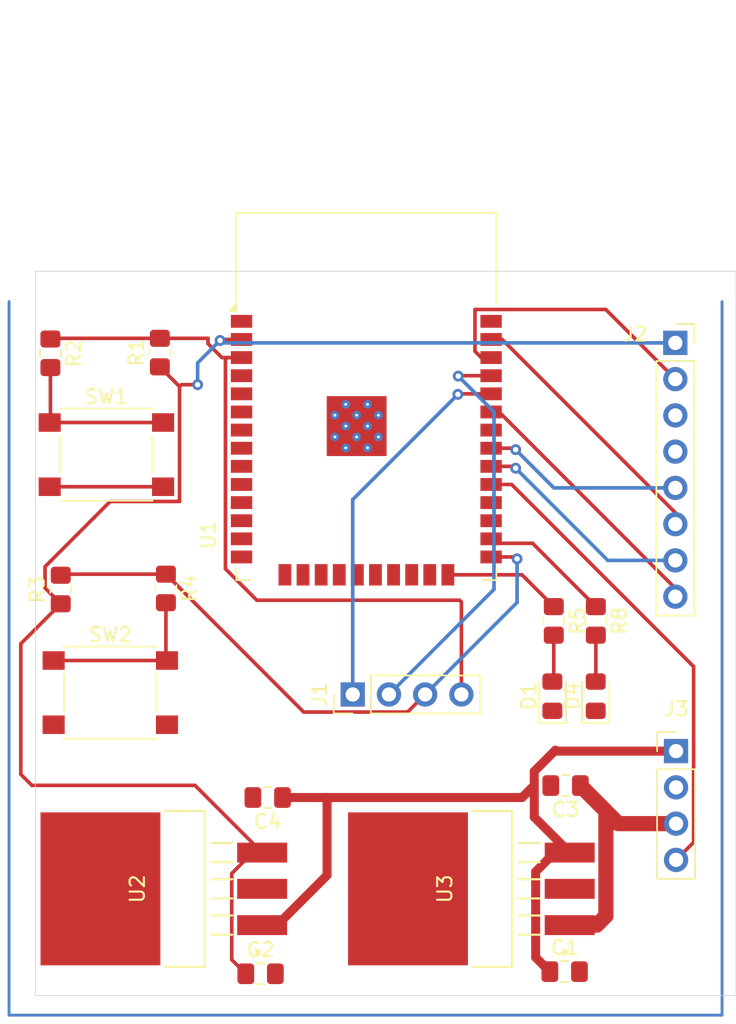
<source format=kicad_pcb>
(kicad_pcb (version 20240108) (generator "pcbnew") (generator_version "8.0")
  (layers (0 "F.Cu" signal) (31 "B.Cu" signal) (34 "B.Paste" user) (35 "F.Paste" user) (36 "B.SilkS" user "B.Silkscreen") (37 "F.SilkS" user "F.Silkscreen") (38 "B.Mask" user) (39 "F.Mask" user) (44 "Edge.Cuts" user))
  (net 0 "")
  (net 1 "GND")
  (net 2 "/5V")
  (net 3 "/12V")
  (net 4 "Net-(D1-A)")
  (net 5 "Net-(D4-A)")
  (net 6 "Net-(J1-Pin_1)")
  (net 7 "Net-(J1-Pin_2)")
  (net 8 "/BOOT")
  (net 9 "/EN")
  (net 10 "/SCK")
  (net 11 "/MOSI")
  (net 12 "/NC")
  (net 13 "/SDA")
  (net 14 "/RST")
  (net 15 "/MISO")
  (net 16 "Net-(R2-Pad2)")
  (net 17 "Net-(R4-Pad2)")
  (net 29 "Net-(J3-Pin_4)")
  (net 40 "/Green")
  (net 41 "/RED")
  (net 42 "/Blue")
  (net 43 "VDD")
  (footprint "Connector_PinHeader_2.54mm:PinHeader_1x04_P2.54mm_Vertical" (layer "F.Cu") (at 173.775 108.5)
    (property "Reference" "J3" (at 0.025 -2.955 0) (layer "F.SilkS"))
    (property "Value" "Conn_01x04_Pin")
    (fp_line (start -1.33 -1.33) (end 0 -1.33) (stroke (width 0.12)) (layer "F.SilkS"))
    (fp_line (start -1.33 0) (end -1.33 -1.33) (stroke (width 0.12)) (layer "F.SilkS"))
    (fp_line (start -1.33 1.27) (end -1.33 8.95) (stroke (width 0.12)) (layer "F.SilkS"))
    (fp_line (start -1.33 1.27) (end 1.33 1.27) (stroke (width 0.12)) (layer "F.SilkS"))
    (fp_line (start -1.33 8.95) (end 1.33 8.95) (stroke (width 0.12)) (layer "F.SilkS"))
    (fp_line (start 1.33 1.27) (end 1.33 8.95) (stroke (width 0.12)) (layer "F.SilkS"))
    (pad "1" thru_hole rect (at 0 0) (size 1.7 1.7) (drill 1) (layers "*.Cu" "*.Mask") (net 2 "/5V"))
    (pad "2" thru_hole oval (at 0 2.54) (size 1.7 1.7) (drill 1) (layers "*.Cu" "*.Mask") (net 1 "GND"))
    (pad "3" thru_hole oval (at 0 5.08) (size 1.7 1.7) (drill 1) (layers "*.Cu" "*.Mask") (net 3 "/12V"))
    (pad "4" thru_hole oval (at 0 7.62) (size 1.7 1.7) (drill 1) (layers "*.Cu" "*.Mask") (net 29 "Net-(J3-Pin_4)"))
  )
  (footprint "Capacitor_SMD:C_0805_2012Metric_Pad1.18x1.45mm_HandSolder" (layer "F.Cu") (at 166.025 110.9125 180)
    (property "Reference" "C3" (at 0 -1.68 180) (layer "F.SilkS"))
    (property "Value" "0.22")
    (fp_line (start -0.261252 0.735) (end 0.261252 0.735) (stroke (width 0.12)) (layer "F.SilkS"))
    (fp_line (start -0.261252 -0.735) (end 0.261252 -0.735) (stroke (width 0.12)) (layer "F.SilkS"))
    (pad "1" smd roundrect (at -1.0375 0 180) (size 1.175 1.45) (layers "F.Cu" "F.Paste" "F.Mask") (roundrect_rratio 0.212766) (net 3 "/12V"))
    (pad "2" smd roundrect (at 1.0375 0 180) (size 1.175 1.45) (layers "F.Cu" "F.Paste" "F.Mask") (roundrect_rratio 0.212766) (net 1 "GND"))
  )
  (footprint "Resistor_SMD:R_0805_2012Metric_Pad1.20x1.40mm_HandSolder" (layer "F.Cu") (at 130.625 97.175 90)
    (property "Reference" "R3" (at 0 -1.65 -90) (layer "F.SilkS"))
    (property "Value" "12K")
    (fp_line (start -0.227064 -0.735) (end 0.227064 -0.735) (stroke (width 0.12)) (layer "F.SilkS"))
    (fp_line (start -0.227064 0.735) (end 0.227064 0.735) (stroke (width 0.12)) (layer "F.SilkS"))
    (pad "1" smd roundrect (at -1 0 90) (size 1.2 1.4) (layers "F.Cu" "F.Paste" "F.Mask") (roundrect_rratio 0.208333) (net 43 "VDD"))
    (pad "2" smd roundrect (at 1 0 90) (size 1.2 1.4) (layers "F.Cu" "F.Paste" "F.Mask") (roundrect_rratio 0.208333) (net 8 "/BOOT"))
  )
  (footprint "Resistor_SMD:R_0805_2012Metric_Pad1.20x1.40mm_HandSolder" (layer "F.Cu") (at 165.2 99.375 -90)
    (property "Reference" "R5" (at 0 -1.65 90) (layer "F.SilkS"))
    (property "Value" "470")
    (fp_line (start -0.227064 0.735) (end 0.227064 0.735) (stroke (width 0.12)) (layer "F.SilkS"))
    (fp_line (start -0.227064 -0.735) (end 0.227064 -0.735) (stroke (width 0.12)) (layer "F.SilkS"))
    (pad "1" smd roundrect (at -1 0 270) (size 1.2 1.4) (layers "F.Cu" "F.Paste" "F.Mask") (roundrect_rratio 0.208333) (net 40 "/Green"))
    (pad "2" smd roundrect (at 1 0 270) (size 1.2 1.4) (layers "F.Cu" "F.Paste" "F.Mask") (roundrect_rratio 0.208333) (net 4 "Net-(D1-A)"))
  )
  (footprint "RF_Module:ESP32-WROOM-32" (layer "F.Cu") (at 152.055 86.635)
    (property "Reference" "U1" (at -11.085 6.71 90) (layer "F.SilkS"))
    (property "Value" "ESP32-WROOM-32")
    (fp_line (start -9.12 -15.86) (end -9.12 -9.7) (stroke (width 0.12)) (layer "F.SilkS"))
    (fp_line (start -9.12 -15.86) (end 9.12 -15.86) (stroke (width 0.12)) (layer "F.SilkS"))
    (fp_line (start -9.12 9.1) (end -9.12 9.88) (stroke (width 0.12)) (layer "F.SilkS"))
    (fp_line (start -9.12 9.88) (end -8.12 9.88) (stroke (width 0.12)) (layer "F.SilkS"))
    (fp_line (start 9.12 -15.86) (end 9.12 -9.445) (stroke (width 0.12)) (layer "F.SilkS"))
    (fp_line (start 9.12 9.1) (end 9.12 9.88) (stroke (width 0.12)) (layer "F.SilkS"))
    (fp_line (start 9.12 9.88) (end 8.12 9.88) (stroke (width 0.12)) (layer "F.SilkS"))
    (fp_poly (pts (xy -9.125 -8.975) (xy -9.625 -8.975) (xy -9.125 -9.475) (xy -9.125 -8.975)) (stroke (width 0.12)) (fill solid) (layer "F.SilkS"))
    (pad "1" smd rect (at -8.75 -8.25) (size 1.5 0.9) (layers "F.Cu" "F.Paste" "F.Mask") (net 1 "GND"))
    (pad "2" smd rect (at -8.75 -6.98) (size 1.5 0.9) (layers "F.Cu" "F.Paste" "F.Mask") (net 43 "VDD"))
    (pad "3" smd rect (at -8.75 -5.71) (size 1.5 0.9) (layers "F.Cu" "F.Paste" "F.Mask") (net 9 "/EN"))
    (pad "4" smd rect (at -8.75 -4.44) (size 1.5 0.9) (layers "F.Cu" "F.Paste" "F.Mask"))
    (pad "5" smd rect (at -8.75 -3.17) (size 1.5 0.9) (layers "F.Cu" "F.Paste" "F.Mask"))
    (pad "6" smd rect (at -8.75 -1.9) (size 1.5 0.9) (layers "F.Cu" "F.Paste" "F.Mask"))
    (pad "7" smd rect (at -8.75 -0.63) (size 1.5 0.9) (layers "F.Cu" "F.Paste" "F.Mask"))
    (pad "8" smd rect (at -8.75 0.64) (size 1.5 0.9) (layers "F.Cu" "F.Paste" "F.Mask"))
    (pad "9" smd rect (at -8.75 1.91) (size 1.5 0.9) (layers "F.Cu" "F.Paste" "F.Mask"))
    (pad "10" smd rect (at -8.75 3.18) (size 1.5 0.9) (layers "F.Cu" "F.Paste" "F.Mask"))
    (pad "11" smd rect (at -8.75 4.45) (size 1.5 0.9) (layers "F.Cu" "F.Paste" "F.Mask"))
    (pad "12" smd rect (at -8.75 5.72) (size 1.5 0.9) (layers "F.Cu" "F.Paste" "F.Mask"))
    (pad "13" smd rect (at -8.75 6.99) (size 1.5 0.9) (layers "F.Cu" "F.Paste" "F.Mask"))
    (pad "14" smd rect (at -8.75 8.26) (size 1.5 0.9) (layers "F.Cu" "F.Paste" "F.Mask"))
    (pad "15" smd rect (at -5.71 9.51 90) (size 1.5 0.9) (layers "F.Cu" "F.Paste" "F.Mask") (net 1 "GND"))
    (pad "16" smd rect (at -4.44 9.51 90) (size 1.5 0.9) (layers "F.Cu" "F.Paste" "F.Mask"))
    (pad "17" smd rect (at -3.17 9.51 90) (size 1.5 0.9) (layers "F.Cu" "F.Paste" "F.Mask"))
    (pad "18" smd rect (at -1.9 9.51 90) (size 1.5 0.9) (layers "F.Cu" "F.Paste" "F.Mask"))
    (pad "19" smd rect (at -0.63 9.51 90) (size 1.5 0.9) (layers "F.Cu" "F.Paste" "F.Mask"))
    (pad "20" smd rect (at 0.64 9.51 90) (size 1.5 0.9) (layers "F.Cu" "F.Paste" "F.Mask"))
    (pad "21" smd rect (at 1.91 9.51 90) (size 1.5 0.9) (layers "F.Cu" "F.Paste" "F.Mask"))
    (pad "22" smd rect (at 3.18 9.51 90) (size 1.5 0.9) (layers "F.Cu" "F.Paste" "F.Mask"))
    (pad "23" smd rect (at 4.45 9.51 90) (size 1.5 0.9) (layers "F.Cu" "F.Paste" "F.Mask") (net 42 "/Blue"))
    (pad "24" smd rect (at 5.72 9.51 90) (size 1.5 0.9) (layers "F.Cu" "F.Paste" "F.Mask") (net 40 "/Green"))
    (pad "25" smd rect (at 8.75 8.26) (size 1.5 0.9) (layers "F.Cu" "F.Paste" "F.Mask") (net 8 "/BOOT"))
    (pad "26" smd rect (at 8.75 6.99) (size 1.5 0.9) (layers "F.Cu" "F.Paste" "F.Mask") (net 41 "/RED"))
    (pad "27" smd rect (at 8.75 5.72) (size 1.5 0.9) (layers "F.Cu" "F.Paste" "F.Mask"))
    (pad "28" smd rect (at 8.75 4.45) (size 1.5 0.9) (layers "F.Cu" "F.Paste" "F.Mask"))
    (pad "29" smd rect (at 8.75 3.18) (size 1.5 0.9) (layers "F.Cu" "F.Paste" "F.Mask") (net 29 "Net-(J3-Pin_4)"))
    (pad "30" smd rect (at 8.75 1.91) (size 1.5 0.9) (layers "F.Cu" "F.Paste" "F.Mask") (net 10 "/SCK"))
    (pad "31" smd rect (at 8.75 0.64) (size 1.5 0.9) (layers "F.Cu" "F.Paste" "F.Mask") (net 15 "/MISO"))
    (pad "32" smd rect (at 8.75 -0.63) (size 1.5 0.9) (layers "F.Cu" "F.Paste" "F.Mask"))
    (pad "33" smd rect (at 8.75 -1.9) (size 1.5 0.9) (layers "F.Cu" "F.Paste" "F.Mask") (net 13 "/SDA"))
    (pad "34" smd rect (at 8.75 -3.17) (size 1.5 0.9) (layers "F.Cu" "F.Paste" "F.Mask") (net 6 "Net-(J1-Pin_1)"))
    (pad "35" smd rect (at 8.75 -4.44) (size 1.5 0.9) (layers "F.Cu" "F.Paste" "F.Mask") (net 7 "Net-(J1-Pin_2)"))
    (pad "36" smd rect (at 8.75 -5.71) (size 1.5 0.9) (layers "F.Cu" "F.Paste" "F.Mask") (net 14 "/RST"))
    (pad "37" smd rect (at 8.75 -6.98) (size 1.5 0.9) (layers "F.Cu" "F.Paste" "F.Mask") (net 11 "/MOSI"))
    (pad "38" smd rect (at 8.75 -8.25) (size 1.5 0.9) (layers "F.Cu" "F.Paste" "F.Mask") (net 1 "GND"))
    (pad "39" smd rect (at -2.205 -2.435) (size 1.05 1.05) (layers "F.Cu" "F.Paste") (net 1 "GND"))
    (pad "39" thru_hole circle (at -2.205 -1.6725) (size 0.6 0.6) (drill 0.2) (property pad_prop_heatsink) (layers "*.Cu" "F.Mask") (net 1 "GND"))
    (pad "39" smd rect (at -2.205 -0.91) (size 1.05 1.05) (layers "F.Cu" "F.Paste") (net 1 "GND"))
    (pad "39" thru_hole circle (at -2.205 -0.1475) (size 0.6 0.6) (drill 0.2) (property pad_prop_heatsink) (layers "*.Cu" "F.Mask") (net 1 "GND"))
    (pad "39" smd rect (at -2.205 0.615) (size 1.05 1.05) (layers "F.Cu" "F.Paste") (net 1 "GND"))
    (pad "39" thru_hole circle (at -1.4425 -2.435) (size 0.6 0.6) (drill 0.2) (property pad_prop_heatsink) (layers "*.Cu" "F.Mask") (net 1 "GND"))
    (pad "39" thru_hole circle (at -1.4425 -0.91) (size 0.6 0.6) (drill 0.2) (property pad_prop_heatsink) (layers "*.Cu" "F.Mask") (net 1 "GND"))
    (pad "39" thru_hole circle (at -1.4425 0.615) (size 0.6 0.6) (drill 0.2) (property pad_prop_heatsink) (layers "*.Cu" "F.Mask") (net 1 "GND"))
    (pad "39" smd rect (at -0.68 -2.435) (size 1.05 1.05) (layers "F.Cu" "F.Paste") (net 1 "GND"))
    (pad "39" thru_hole circle (at -0.68 -1.6725) (size 0.6 0.6) (drill 0.2) (property pad_prop_heatsink) (layers "*.Cu" "F.Mask") (net 1 "GND"))
    (pad "39" smd rect (at -0.68 -0.91) (size 1.05 1.05) (layers "F.Cu" "F.Paste") (net 1 "GND"))
    (pad "39" smd rect (at -0.68 -0.91) (size 4.2 4.2) (layers "F.Cu" "F.Mask") (net 1 "GND"))
    (pad "39" thru_hole circle (at -0.68 -0.1475) (size 0.6 0.6) (drill 0.2) (property pad_prop_heatsink) (layers "*.Cu" "F.Mask") (net 1 "GND"))
    (pad "39" smd rect (at -0.68 0.615) (size 1.05 1.05) (layers "F.Cu" "F.Paste") (net 1 "GND"))
    (pad "39" thru_hole circle (at 0.0825 -2.435) (size 0.6 0.6) (drill 0.2) (property pad_prop_heatsink) (layers "*.Cu" "F.Mask") (net 1 "GND"))
    (pad "39" thru_hole circle (at 0.0825 -0.91) (size 0.6 0.6) (drill 0.2) (property pad_prop_heatsink) (layers "*.Cu" "F.Mask") (net 1 "GND"))
    (pad "39" thru_hole circle (at 0.0825 0.615) (size 0.6 0.6) (drill 0.2) (property pad_prop_heatsink) (layers "*.Cu" "F.Mask") (net 1 "GND"))
    (pad "39" smd rect (at 0.845 -2.435) (size 1.05 1.05) (layers "F.Cu" "F.Paste") (net 1 "GND"))
    (pad "39" thru_hole circle (at 0.845 -1.6725) (size 0.6 0.6) (drill 0.2) (property pad_prop_heatsink) (layers "*.Cu" "F.Mask") (net 1 "GND"))
    (pad "39" smd rect (at 0.845 -0.91) (size 1.05 1.05) (layers "F.Cu" "F.Paste") (net 1 "GND"))
    (pad "39" thru_hole circle (at 0.845 -0.1475) (size 0.6 0.6) (drill 0.2) (property pad_prop_heatsink) (layers "*.Cu" "F.Mask") (net 1 "GND"))
    (pad "39" smd rect (at 0.845 0.615) (size 1.05 1.05) (layers "F.Cu" "F.Paste") (net 1 "GND"))
  )
  (footprint "Resistor_SMD:R_0805_2012Metric_Pad1.20x1.40mm_HandSolder" (layer "F.Cu") (at 168.15 99.375 -90)
    (property "Reference" "R8" (at 0 -1.65 90) (layer "F.SilkS"))
    (property "Value" "470")
    (fp_line (start -0.227064 0.735) (end 0.227064 0.735) (stroke (width 0.12)) (layer "F.SilkS"))
    (fp_line (start -0.227064 -0.735) (end 0.227064 -0.735) (stroke (width 0.12)) (layer "F.SilkS"))
    (pad "1" smd roundrect (at -1 0 270) (size 1.2 1.4) (layers "F.Cu" "F.Paste" "F.Mask") (roundrect_rratio 0.208333) (net 41 "/RED"))
    (pad "2" smd roundrect (at 1 0 270) (size 1.2 1.4) (layers "F.Cu" "F.Paste" "F.Mask") (roundrect_rratio 0.208333) (net 5 "Net-(D4-A)"))
  )
  (footprint "footprints_5v:TO263-3LD_MCH" (layer "F.Cu") (at 157.5658 118.15 90)
    (property "Reference" "U3" (at 0 0 90) (layer "F.SilkS"))
    (property "Value" "MIC2940A-5.0WU")
    (fp_line (start -5.461 1.929749) (end -5.461 4.7117) (stroke (width 0.1524)) (layer "F.SilkS"))
    (fp_line (start 5.461 4.7117) (end 5.461 1.929749) (stroke (width 0.1524)) (layer "F.SilkS"))
    (fp_line (start -5.461 4.7117) (end 5.461 4.7117) (stroke (width 0.1524)) (layer "F.SilkS"))
    (fp_line (start 3.2131 5.1943) (end 3.2131 6.6421) (stroke (width 0.1524)) (layer "F.SilkS"))
    (fp_line (start 1.8669 5.1943) (end 1.8669 6.6421) (stroke (width 0.1524)) (layer "F.SilkS"))
    (fp_line (start 0.6731 5.1943) (end 0.6731 6.6421) (stroke (width 0.1524)) (layer "F.SilkS"))
    (fp_line (start -0.6731 5.1943) (end -0.6731 6.6421) (stroke (width 0.1524)) (layer "F.SilkS"))
    (fp_line (start -1.8669 5.1943) (end -1.8669 6.6421) (stroke (width 0.1524)) (layer "F.SilkS"))
    (fp_line (start -3.2131 5.1943) (end -3.2131 6.6421) (stroke (width 0.1524)) (layer "F.SilkS"))
    (fp_text user "*" (at -4.445 8.7503 -90) (layer "F.SilkS"))
    (fp_text user "*" (at -4.445 8.7503 90) (layer "F.SilkS"))
    (pad "1" smd rect (at -2.54 8.7503 90) (size 1.397 3.5052) (layers "F.Cu" "F.Paste" "F.Mask") (net 3 "/12V"))
    (pad "2" smd rect (at 0 8.7503 90) (size 1.397 3.5052) (layers "F.Cu" "F.Paste" "F.Mask") (net 1 "GND"))
    (pad "3" smd rect (at 2.54 8.7503 90) (size 1.397 3.5052) (layers "F.Cu" "F.Paste" "F.Mask") (net 2 "/5V"))
    (pad "4" smd rect (at 0 -2.5908 90) (size 10.7188 8.4074) (layers "F.Cu" "F.Paste" "F.Mask") (net 1 "GND"))
  )
  (footprint "footprints:TO263-3LD_MCH" (layer "F.Cu") (at 136 118.15 90)
    (property "Reference" "U2" (at 0 0 90) (layer "F.SilkS"))
    (property "Value" "MIC2940A-3.3WU")
    (fp_line (start -5.461 1.929749) (end -5.461 4.7117) (stroke (width 0.1524)) (layer "F.SilkS"))
    (fp_line (start 5.461 4.7117) (end 5.461 1.929749) (stroke (width 0.1524)) (layer "F.SilkS"))
    (fp_line (start -5.461 4.7117) (end 5.461 4.7117) (stroke (width 0.1524)) (layer "F.SilkS"))
    (fp_line (start 3.2131 5.1943) (end 3.2131 6.6421) (stroke (width 0.1524)) (layer "F.SilkS"))
    (fp_line (start 1.8669 5.1943) (end 1.8669 6.6421) (stroke (width 0.1524)) (layer "F.SilkS"))
    (fp_line (start 0.6731 5.1943) (end 0.6731 6.6421) (stroke (width 0.1524)) (layer "F.SilkS"))
    (fp_line (start -0.6731 5.1943) (end -0.6731 6.6421) (stroke (width 0.1524)) (layer "F.SilkS"))
    (fp_line (start -1.8669 5.1943) (end -1.8669 6.6421) (stroke (width 0.1524)) (layer "F.SilkS"))
    (fp_line (start -3.2131 5.1943) (end -3.2131 6.6421) (stroke (width 0.1524)) (layer "F.SilkS"))
    (fp_text user "*" (at -4.445 8.7503 -90) (layer "F.SilkS"))
    (fp_text user "*" (at -4.445 8.7503 90) (layer "F.SilkS"))
    (pad "1" smd rect (at -2.54 8.7503 90) (size 1.397 3.5052) (layers "F.Cu" "F.Paste" "F.Mask") (net 2 "/5V"))
    (pad "2" smd rect (at 0 8.7503 90) (size 1.397 3.5052) (layers "F.Cu" "F.Paste" "F.Mask") (net 1 "GND"))
    (pad "3" smd rect (at 2.54 8.7503 90) (size 1.397 3.5052) (layers "F.Cu" "F.Paste" "F.Mask") (net 43 "VDD"))
    (pad "4" smd rect (at 0 -2.5908 90) (size 10.7188 8.4074) (layers "F.Cu" "F.Paste" "F.Mask") (net 1 "GND"))
  )
  (footprint "LED_SMD:LED_0805_2012Metric_Pad1.15x1.40mm_HandSolder" (layer "F.Cu") (at 168.14 104.65 90)
    (property "Reference" "D4" (at 0 -1.65 -90) (layer "F.SilkS"))
    (property "Value" "RED LED")
    (fp_line (start 1 -0.96) (end -1.86 -0.96) (stroke (width 0.12)) (layer "F.SilkS"))
    (fp_line (start -1.86 -0.96) (end -1.86 0.96) (stroke (width 0.12)) (layer "F.SilkS"))
    (fp_line (start -1.86 0.96) (end 1 0.96) (stroke (width 0.12)) (layer "F.SilkS"))
    (pad "1" smd roundrect (at -1.025 0 90) (size 1.15 1.4) (layers "F.Cu" "F.Paste" "F.Mask") (roundrect_rratio 0.217391) (net 1 "GND"))
    (pad "2" smd roundrect (at 1.025 0 90) (size 1.15 1.4) (layers "F.Cu" "F.Paste" "F.Mask") (roundrect_rratio 0.217391) (net 5 "Net-(D4-A)"))
  )
  (footprint "Resistor_SMD:R_0805_2012Metric_Pad1.20x1.40mm_HandSolder" (layer "F.Cu") (at 138 97.1 -90)
    (property "Reference" "R4" (at 0 -1.65 90) (layer "F.SilkS"))
    (property "Value" "470")
    (fp_line (start -0.227064 0.735) (end 0.227064 0.735) (stroke (width 0.12)) (layer "F.SilkS"))
    (fp_line (start -0.227064 -0.735) (end 0.227064 -0.735) (stroke (width 0.12)) (layer "F.SilkS"))
    (pad "1" smd roundrect (at -1 0 270) (size 1.2 1.4) (layers "F.Cu" "F.Paste" "F.Mask") (roundrect_rratio 0.208333) (net 8 "/BOOT"))
    (pad "2" smd roundrect (at 1 0 270) (size 1.2 1.4) (layers "F.Cu" "F.Paste" "F.Mask") (roundrect_rratio 0.208333) (net 17 "Net-(R4-Pad2)"))
  )
  (footprint "Resistor_SMD:R_0805_2012Metric_Pad1.20x1.40mm_HandSolder" (layer "F.Cu") (at 137.575 80.575 90)
    (property "Reference" "R1" (at 0 -1.65 -90) (layer "F.SilkS"))
    (property "Value" "12K")
    (fp_line (start -0.227064 -0.735) (end 0.227064 -0.735) (stroke (width 0.12)) (layer "F.SilkS"))
    (fp_line (start -0.227064 0.735) (end 0.227064 0.735) (stroke (width 0.12)) (layer "F.SilkS"))
    (pad "1" smd roundrect (at -1 0 90) (size 1.2 1.4) (layers "F.Cu" "F.Paste" "F.Mask") (roundrect_rratio 0.208333) (net 43 "VDD"))
    (pad "2" smd roundrect (at 1 0 90) (size 1.2 1.4) (layers "F.Cu" "F.Paste" "F.Mask") (roundrect_rratio 0.208333) (net 9 "/EN"))
  )
  (footprint "Connector_PinSocket_2.54mm:PinSocket_1x08_P2.54mm_Vertical" (layer "F.Cu") (at 173.725 79.895)
    (property "Reference" "J2" (at -2.8 -0.62 0) (layer "F.SilkS"))
    (property "Value" "Conn_01x08_Pin")
    (fp_line (start -1.33 1.27) (end -1.33 19.11) (stroke (width 0.12)) (layer "F.SilkS"))
    (fp_line (start -1.33 1.27) (end 1.33 1.27) (stroke (width 0.12)) (layer "F.SilkS"))
    (fp_line (start -1.33 19.11) (end 1.33 19.11) (stroke (width 0.12)) (layer "F.SilkS"))
    (fp_line (start 0 -1.33) (end 1.33 -1.33) (stroke (width 0.12)) (layer "F.SilkS"))
    (fp_line (start 1.33 -1.33) (end 1.33 0) (stroke (width 0.12)) (layer "F.SilkS"))
    (fp_line (start 1.33 1.27) (end 1.33 19.11) (stroke (width 0.12)) (layer "F.SilkS"))
    (pad "1" thru_hole rect (at 0 0) (size 1.7 1.7) (drill 1) (layers "*.Cu" "*.Mask") (net 43 "VDD"))
    (pad "2" thru_hole oval (at 0 2.54) (size 1.7 1.7) (drill 1) (layers "*.Cu" "*.Mask") (net 14 "/RST"))
    (pad "3" thru_hole oval (at 0 5.08) (size 1.7 1.7) (drill 1) (layers "*.Cu" "*.Mask") (net 1 "GND"))
    (pad "4" thru_hole oval (at 0 7.62) (size 1.7 1.7) (drill 1) (layers "*.Cu" "*.Mask") (net 12 "/NC"))
    (pad "5" thru_hole oval (at 0 10.16) (size 1.7 1.7) (drill 1) (layers "*.Cu" "*.Mask") (net 15 "/MISO"))
    (pad "6" thru_hole oval (at 0 12.7) (size 1.7 1.7) (drill 1) (layers "*.Cu" "*.Mask") (net 11 "/MOSI"))
    (pad "7" thru_hole oval (at 0 15.24) (size 1.7 1.7) (drill 1) (layers "*.Cu" "*.Mask") (net 10 "/SCK"))
    (pad "8" thru_hole oval (at 0 17.78) (size 1.7 1.7) (drill 1) (layers "*.Cu" "*.Mask") (net 13 "/SDA"))
  )
  (footprint "Connector_PinHeader_2.54mm:PinHeader_1x04_P2.54mm_Vertical" (layer "F.Cu") (at 151.1 104.53 90)
    (property "Reference" "J1" (at 0 -2.33 -90) (layer "F.SilkS"))
    (property "Value" "Conn_01x04_Pin")
    (fp_line (start -1.33 -1.33) (end 0 -1.33) (stroke (width 0.12)) (layer "F.SilkS"))
    (fp_line (start -1.33 0) (end -1.33 -1.33) (stroke (width 0.12)) (layer "F.SilkS"))
    (fp_line (start 1.33 1.27) (end 1.33 8.95) (stroke (width 0.12)) (layer "F.SilkS"))
    (fp_line (start -1.33 1.27) (end 1.33 1.27) (stroke (width 0.12)) (layer "F.SilkS"))
    (fp_line (start -1.33 1.27) (end -1.33 8.95) (stroke (width 0.12)) (layer "F.SilkS"))
    (fp_line (start -1.33 8.95) (end 1.33 8.95) (stroke (width 0.12)) (layer "F.SilkS"))
    (pad "1" thru_hole rect (at 0 0 90) (size 1.7 1.7) (drill 1) (layers "*.Cu" "*.Mask") (net 6 "Net-(J1-Pin_1)"))
    (pad "2" thru_hole oval (at 0 2.54 90) (size 1.7 1.7) (drill 1) (layers "*.Cu" "*.Mask") (net 7 "Net-(J1-Pin_2)"))
    (pad "3" thru_hole oval (at 0 5.08 90) (size 1.7 1.7) (drill 1) (layers "*.Cu" "*.Mask") (net 8 "/BOOT"))
    (pad "4" thru_hole oval (at 0 7.62 90) (size 1.7 1.7) (drill 1) (layers "*.Cu" "*.Mask") (net 9 "/EN"))
  )
  (footprint "LED_SMD:LED_0805_2012Metric_Pad1.15x1.40mm_HandSolder" (layer "F.Cu") (at 165.1 104.65 90)
    (property "Reference" "D1" (at 0 -1.65 -90) (layer "F.SilkS"))
    (property "Value" "Green LED")
    (fp_line (start 1 -0.96) (end -1.86 -0.96) (stroke (width 0.12)) (layer "F.SilkS"))
    (fp_line (start -1.86 -0.96) (end -1.86 0.96) (stroke (width 0.12)) (layer "F.SilkS"))
    (fp_line (start -1.86 0.96) (end 1 0.96) (stroke (width 0.12)) (layer "F.SilkS"))
    (pad "1" smd roundrect (at -1.025 0 90) (size 1.15 1.4) (layers "F.Cu" "F.Paste" "F.Mask") (roundrect_rratio 0.217391) (net 1 "GND"))
    (pad "2" smd roundrect (at 1.025 0 90) (size 1.15 1.4) (layers "F.Cu" "F.Paste" "F.Mask") (roundrect_rratio 0.217391) (net 4 "Net-(D1-A)"))
  )
  (footprint "Button_Switch_SMD:SW_Push_1P1T_NO_6x6mm_H9.5mm" (layer "F.Cu") (at 134.1 104.4)
    (property "Reference" "SW2" (at 0 -4.05 0) (layer "F.SilkS"))
    (property "Value" "SW_Push")
    (fp_line (start -3.23 -3.23) (end 3.23 -3.23) (stroke (width 0.12)) (layer "F.SilkS"))
    (fp_line (start -3.23 -3.2) (end -3.23 -3.23) (stroke (width 0.12)) (layer "F.SilkS"))
    (fp_line (start -3.23 -1.3) (end -3.23 1.3) (stroke (width 0.12)) (layer "F.SilkS"))
    (fp_line (start -3.23 3.23) (end -3.23 3.2) (stroke (width 0.12)) (layer "F.SilkS"))
    (fp_line (start -3.23 3.23) (end 3.23 3.23) (stroke (width 0.12)) (layer "F.SilkS"))
    (fp_line (start 3.23 -3.23) (end 3.23 -3.2) (stroke (width 0.12)) (layer "F.SilkS"))
    (fp_line (start 3.23 -1.3) (end 3.23 1.3) (stroke (width 0.12)) (layer "F.SilkS"))
    (fp_line (start 3.23 3.23) (end 3.23 3.2) (stroke (width 0.12)) (layer "F.SilkS"))
    (pad "1" smd rect (at -3.975 -2.25) (size 1.55 1.3) (layers "F.Cu" "F.Paste" "F.Mask") (net 17 "Net-(R4-Pad2)"))
    (pad "1" smd rect (at 3.975 -2.25) (size 1.55 1.3) (layers "F.Cu" "F.Paste" "F.Mask") (net 17 "Net-(R4-Pad2)"))
    (pad "2" smd rect (at -3.975 2.25) (size 1.55 1.3) (layers "F.Cu" "F.Paste" "F.Mask") (net 1 "GND"))
    (pad "2" smd rect (at 3.975 2.25) (size 1.55 1.3) (layers "F.Cu" "F.Paste" "F.Mask") (net 1 "GND"))
  )
  (footprint "Button_Switch_SMD:SW_Push_1P1T_NO_6x6mm_H9.5mm" (layer "F.Cu") (at 133.825 87.725)
    (property "Reference" "SW1" (at 0 -4.05 0) (layer "F.SilkS"))
    (property "Value" "SW_Push")
    (fp_line (start -3.23 -3.23) (end 3.23 -3.23) (stroke (width 0.12)) (layer "F.SilkS"))
    (fp_line (start -3.23 -3.2) (end -3.23 -3.23) (stroke (width 0.12)) (layer "F.SilkS"))
    (fp_line (start -3.23 -1.3) (end -3.23 1.3) (stroke (width 0.12)) (layer "F.SilkS"))
    (fp_line (start -3.23 3.23) (end -3.23 3.2) (stroke (width 0.12)) (layer "F.SilkS"))
    (fp_line (start -3.23 3.23) (end 3.23 3.23) (stroke (width 0.12)) (layer "F.SilkS"))
    (fp_line (start 3.23 -3.23) (end 3.23 -3.2) (stroke (width 0.12)) (layer "F.SilkS"))
    (fp_line (start 3.23 -1.3) (end 3.23 1.3) (stroke (width 0.12)) (layer "F.SilkS"))
    (fp_line (start 3.23 3.23) (end 3.23 3.2) (stroke (width 0.12)) (layer "F.SilkS"))
    (pad "1" smd rect (at -3.975 -2.25) (size 1.55 1.3) (layers "F.Cu" "F.Paste" "F.Mask") (net 16 "Net-(R2-Pad2)"))
    (pad "1" smd rect (at 3.975 -2.25) (size 1.55 1.3) (layers "F.Cu" "F.Paste" "F.Mask") (net 16 "Net-(R2-Pad2)"))
    (pad "2" smd rect (at -3.975 2.25) (size 1.55 1.3) (layers "F.Cu" "F.Paste" "F.Mask") (net 1 "GND"))
    (pad "2" smd rect (at 3.975 2.25) (size 1.55 1.3) (layers "F.Cu" "F.Paste" "F.Mask") (net 1 "GND"))
  )
  (footprint "Capacitor_SMD:C_0805_2012Metric_Pad1.18x1.45mm_HandSolder" (layer "F.Cu") (at 144.6375 124.1)
    (property "Reference" "C2" (at 0 -1.68 0) (layer "F.SilkS"))
    (property "Value" "10u")
    (fp_line (start -0.261252 -0.735) (end 0.261252 -0.735) (stroke (width 0.12)) (layer "F.SilkS"))
    (fp_line (start -0.261252 0.735) (end 0.261252 0.735) (stroke (width 0.12)) (layer "F.SilkS"))
    (pad "1" smd roundrect (at -1.0375 0) (size 1.175 1.45) (layers "F.Cu" "F.Paste" "F.Mask") (roundrect_rratio 0.212766) (net 43 "VDD"))
    (pad "2" smd roundrect (at 1.0375 0) (size 1.175 1.45) (layers "F.Cu" "F.Paste" "F.Mask") (roundrect_rratio 0.212766) (net 1 "GND"))
  )
  (footprint "Resistor_SMD:R_0805_2012Metric_Pad1.20x1.40mm_HandSolder" (layer "F.Cu") (at 129.9 80.625 -90)
    (property "Reference" "R2" (at 0 -1.65 90) (layer "F.SilkS"))
    (property "Value" "470")
    (fp_line (start -0.227064 0.735) (end 0.227064 0.735) (stroke (width 0.12)) (layer "F.SilkS"))
    (fp_line (start -0.227064 -0.735) (end 0.227064 -0.735) (stroke (width 0.12)) (layer "F.SilkS"))
    (pad "1" smd roundrect (at -1 0 270) (size 1.2 1.4) (layers "F.Cu" "F.Paste" "F.Mask") (roundrect_rratio 0.208333) (net 9 "/EN"))
    (pad "2" smd roundrect (at 1 0 270) (size 1.2 1.4) (layers "F.Cu" "F.Paste" "F.Mask") (roundrect_rratio 0.208333) (net 16 "Net-(R2-Pad2)"))
  )
  (footprint "Capacitor_SMD:C_0805_2012Metric_Pad1.18x1.45mm_HandSolder" (layer "F.Cu") (at 145.1375 111.75 180)
    (property "Reference" "C4" (at 0 -1.68 180) (layer "F.SilkS"))
    (property "Value" "0.22u")
    (fp_line (start -0.261252 0.735) (end 0.261252 0.735) (stroke (width 0.12)) (layer "F.SilkS"))
    (fp_line (start -0.261252 -0.735) (end 0.261252 -0.735) (stroke (width 0.12)) (layer "F.SilkS"))
    (pad "1" smd roundrect (at -1.0375 0 180) (size 1.175 1.45) (layers "F.Cu" "F.Paste" "F.Mask") (roundrect_rratio 0.212766) (net 2 "/5V"))
    (pad "2" smd roundrect (at 1.0375 0 180) (size 1.175 1.45) (layers "F.Cu" "F.Paste" "F.Mask") (roundrect_rratio 0.212766) (net 1 "GND"))
  )
  (footprint "Capacitor_SMD:C_0805_2012Metric_Pad1.18x1.45mm_HandSolder" (layer "F.Cu") (at 165.9625 123.95)
    (property "Reference" "C1" (at 0 -1.68 0) (layer "F.SilkS"))
    (property "Value" "10u")
    (fp_line (start -0.261252 -0.735) (end 0.261252 -0.735) (stroke (width 0.12)) (layer "F.SilkS"))
    (fp_line (start -0.261252 0.735) (end 0.261252 0.735) (stroke (width 0.12)) (layer "F.SilkS"))
    (pad "1" smd roundrect (at -1.0375 0) (size 1.175 1.45) (layers "F.Cu" "F.Paste" "F.Mask") (roundrect_rratio 0.212766) (net 2 "/5V"))
    (pad "2" smd roundrect (at 1.0375 0) (size 1.175 1.45) (layers "F.Cu" "F.Paste" "F.Mask") (roundrect_rratio 0.212766) (net 1 "GND"))
  )
  (gr_line (start 127 127) (end 127 77.0001) (stroke (width 0.2)) (layer "B.Cu"))
  (gr_line (start 176.9999 77.0001) (end 176.9999 127) (stroke (width 0.2)) (layer "B.Cu"))
  (gr_line (start 176.9999 127) (end 127 127) (stroke (width 0.2)) (layer "B.Cu"))
  (gr_rect (start 128.85 74.875) (end 177.975 125.625) (stroke (width 0.05)) (fill none) (layer "Edge.Cuts"))
  (segment (start 137.8 89.975) (end 129.85 89.975) (width 0.254) (layer "F.Cu") (net 1))
  (segment (start 164.925 123.95) (end 163.9285 122.9535) (width 0.635) (layer "F.Cu") (net 2))
  (segment (start 165.39 108.5) (end 173.775 108.5) (width 0.635) (layer "F.Cu") (net 2))
  (segment (start 144.7503 120.69) (end 145.8044 120.69) (width 0.635) (layer "F.Cu") (net 2))
  (segment (start 149.3 111.75) (end 146.175 111.75) (width 0.635) (layer "F.Cu") (net 2))
  (segment (start 165.32 108.43) (end 165.39 108.5) (width 0.635) (layer "F.Cu") (net 2))
  (segment (start 163.8285 110.9) (end 162.9785 111.75) (width 0.635) (layer "F.Cu") (net 2))
  (segment (start 163.8285 110.9) (end 163.8285 109.9215) (width 0.635) (layer "F.Cu") (net 2))
  (segment (start 163.8285 109.9215) (end 165.32 108.43) (width 0.635) (layer "F.Cu") (net 2))
  (segment (start 163.8285 113.1224) (end 163.8285 110.9) (width 0.635) (layer "F.Cu") (net 2))
  (segment (start 163.9285 116.9435) (end 165.262 115.61) (width 0.635) (layer "F.Cu") (net 2))
  (segment (start 149.3 117.1944) (end 149.3 111.75) (width 0.635) (layer "F.Cu") (net 2))
  (segment (start 163.9285 122.9535) (end 163.9285 116.9435) (width 0.635) (layer "F.Cu") (net 2))
  (segment (start 165.262 115.61) (end 166.3161 115.61) (width 0.635) (layer "F.Cu") (net 2))
  (segment (start 166.3161 115.61) (end 163.8285 113.1224) (width 0.635) (layer "F.Cu") (net 2))
  (segment (start 162.9785 111.75) (end 149.3 111.75) (width 0.635) (layer "F.Cu") (net 2))
  (segment (start 145.8044 120.69) (end 149.3 117.1944) (width 0.635) (layer "F.Cu") (net 2))
  (segment (start 168.8561 120.0439) (end 168.21 120.69) (width 1.0668) (layer "F.Cu") (net 3))
  (segment (start 169.73 113.58) (end 167.0625 110.9125) (width 1.0668) (layer "F.Cu") (net 3))
  (segment (start 168.21 120.69) (end 166.3161 120.69) (width 1.0668) (layer "F.Cu") (net 3))
  (segment (start 168.8561 112.7061) (end 168.8561 120.0439) (width 1.0668) (layer "F.Cu") (net 3))
  (segment (start 173.775 113.58) (end 169.73 113.58) (width 1.0668) (layer "F.Cu") (net 3))
  (segment (start 167.0625 110.9125) (end 168.8561 112.7061) (width 1.0668) (layer "F.Cu") (net 3))
  (segment (start 165.2 100.375) (end 165.2 103.525) (width 0.254) (layer "F.Cu") (net 4))
  (segment (start 165.2 103.525) (end 165.1 103.625) (width 0.254) (layer "F.Cu") (net 4))
  (segment (start 168.15 103.615) (end 168.14 103.625) (width 0.254) (layer "F.Cu") (net 5))
  (segment (start 168.15 100.375) (end 168.15 103.615) (width 0.254) (layer "F.Cu") (net 5))
  (segment (start 158.51 83.465) (end 158.475 83.5) (width 0.254) (layer "F.Cu") (net 6))
  (segment (start 160.805 83.465) (end 158.51 83.465) (width 0.254) (layer "F.Cu") (net 6))
  (via (at 158.475 83.5) (size 0.762) (drill 0.381) (layers "F.Cu" "B.Cu") (net 6))
  (segment (start 158.475 83.5) (end 151.1 90.875) (width 0.254) (layer "B.Cu") (net 6))
  (segment (start 151.1 90.875) (end 151.1 104.53) (width 0.254) (layer "B.Cu") (net 6))
  (segment (start 160.805 82.195) (end 158.53 82.195) (width 0.254) (layer "F.Cu") (net 7))
  (segment (start 158.53 82.195) (end 158.5 82.225) (width 0.254) (layer "F.Cu") (net 7))
  (via (at 158.5 82.225) (size 0.762) (drill 0.381) (layers "F.Cu" "B.Cu") (net 7))
  (segment (start 158.5 82.225) (end 161.008554 84.733554) (width 0.254) (layer "B.Cu") (net 7))
  (segment (start 161.008554 84.733554) (end 161.008554 97.161446) (width 0.254) (layer "B.Cu") (net 7))
  (segment (start 161.008554 97.161446) (end 153.64 104.53) (width 0.254) (layer "B.Cu") (net 7))
  (segment (start 162.495 94.895) (end 162.625 95.025) (width 0.254) (layer "F.Cu") (net 8))
  (segment (start 160.805 94.895) (end 162.495 94.895) (width 0.254) (layer "F.Cu") (net 8))
  (segment (start 154.949 105.761) (end 156.18 104.53) (width 0.254) (layer "F.Cu") (net 8))
  (segment (start 147.661 105.761) (end 154.949 105.761) (width 0.254) (layer "F.Cu") (net 8))
  (segment (start 130.7 96.1) (end 130.625 96.175) (width 0.254) (layer "F.Cu") (net 8))
  (segment (start 138 96.1) (end 147.661 105.761) (width 0.254) (layer "F.Cu") (net 8))
  (segment (start 138 96.1) (end 130.7 96.1) (width 0.254) (layer "F.Cu") (net 8))
  (via (at 162.625 95.025) (size 0.762) (drill 0.381) (layers "F.Cu" "B.Cu") (net 8))
  (segment (start 162.625 95.025) (end 162.625 98.085) (width 0.254) (layer "B.Cu") (net 8))
  (segment (start 162.625 98.085) (end 156.18 104.53) (width 0.254) (layer "B.Cu") (net 8))
  (segment (start 142.174 81.052) (end 142.174 95.726) (width 0.254) (layer "F.Cu") (net 9))
  (segment (start 142.174 95.726) (end 144.373 97.925) (width 0.254) (layer "F.Cu") (net 9))
  (segment (start 140.951 79.953631) (end 141.922369 80.925) (width 0.254) (layer "F.Cu") (net 9))
  (segment (start 158.72 98.045) (end 158.72 104.53) (width 0.254) (layer "F.Cu") (net 9))
  (segment (start 137.575 79.575) (end 129.95 79.575) (width 0.254) (layer "F.Cu") (net 9))
  (segment (start 142.301 80.925) (end 142.174 81.052) (width 0.254) (layer "F.Cu") (net 9))
  (segment (start 140.951 79.575) (end 140.951 79.953631) (width 0.254) (layer "F.Cu") (net 9))
  (segment (start 137.575 79.575) (end 140.951 79.575) (width 0.254) (layer "F.Cu") (net 9))
  (segment (start 141.922369 80.925) (end 143.305 80.925) (width 0.254) (layer "F.Cu") (net 9))
  (segment (start 129.95 79.575) (end 129.9 79.625) (width 0.254) (layer "F.Cu") (net 9))
  (segment (start 158.6 97.925) (end 158.72 98.045) (width 0.254) (layer "F.Cu") (net 9))
  (segment (start 144.373 97.925) (end 158.6 97.925) (width 0.254) (layer "F.Cu") (net 9))
  (segment (start 143.305 80.925) (end 142.301 80.925) (width 0.254) (layer "F.Cu") (net 9))
  (segment (start 162.395 88.545) (end 162.525 88.675) (width 0.254) (layer "F.Cu") (net 10))
  (segment (start 160.805 88.545) (end 162.395 88.545) (width 0.254) (layer "F.Cu") (net 10))
  (via (at 162.525 88.675) (size 0.762) (drill 0.381) (layers "F.Cu" "B.Cu") (net 10))
  (segment (start 162.525 88.675) (end 168.985 95.135) (width 0.254) (layer "B.Cu") (net 10))
  (segment (start 168.985 95.135) (end 173.725 95.135) (width 0.254) (layer "B.Cu") (net 10))
  (segment (start 161.584103 79.655) (end 173.725 91.795897) (width 0.254) (layer "F.Cu") (net 11))
  (segment (start 173.725 91.795897) (end 173.725 92.595) (width 0.254) (layer "F.Cu") (net 11))
  (segment (start 160.805 79.655) (end 161.584103 79.655) (width 0.254) (layer "F.Cu") (net 11))
  (segment (start 160.805 84.735) (end 161.361 84.735) (width 0.254) (layer "F.Cu") (net 13))
  (segment (start 161.361 84.735) (end 173.725 97.099) (width 0.254) (layer "F.Cu") (net 13))
  (segment (start 173.725 97.099) (end 173.725 97.675) (width 0.254) (layer "F.Cu") (net 13))
  (segment (start 159.674 80.486) (end 159.674 77.554) (width 0.254) (layer "F.Cu") (net 14))
  (segment (start 168.844 77.554) (end 173.725 82.435) (width 0.254) (layer "F.Cu") (net 14))
  (segment (start 159.674 77.554) (end 168.844 77.554) (width 0.254) (layer "F.Cu") (net 14))
  (segment (start 160.805 80.925) (end 160.113 80.925) (width 0.254) (layer "F.Cu") (net 14))
  (segment (start 160.113 80.925) (end 159.674 80.486) (width 0.254) (layer "F.Cu") (net 14))
  (segment (start 162.425 87.275) (end 162.525 87.375) (width 0.254) (layer "F.Cu") (net 15))
  (segment (start 160.805 87.275) (end 162.425 87.275) (width 0.254) (layer "F.Cu") (net 15))
  (via (at 162.525 87.375) (size 0.762) (drill 0.381) (layers "F.Cu" "B.Cu") (net 15))
  (segment (start 173.725 90.055) (end 165.205 90.055) (width 0.254) (layer "B.Cu") (net 15))
  (segment (start 165.205 90.055) (end 162.525 87.375) (width 0.254) (layer "B.Cu") (net 15))
  (segment (start 129.9 85.425) (end 129.85 85.475) (width 0.254) (layer "F.Cu") (net 16))
  (segment (start 129.85 85.475) (end 137.8 85.475) (width 0.254) (layer "F.Cu") (net 16))
  (segment (start 129.9 81.625) (end 129.9 85.425) (width 0.254) (layer "F.Cu") (net 16))
  (segment (start 138.075 102.15) (end 130.125 102.15) (width 0.254) (layer "F.Cu") (net 17))
  (segment (start 138 102.075) (end 138.075 102.15) (width 0.254) (layer "F.Cu") (net 17))
  (segment (start 138 98.1) (end 138 102.075) (width 0.254) (layer "F.Cu") (net 17))
  (segment (start 160.805 89.815) (end 162.242631 89.815) (width 0.254) (layer "F.Cu") (net 29))
  (segment (start 175.006 102.578369) (end 175.006 114.889) (width 0.254) (layer "F.Cu") (net 29))
  (segment (start 162.242631 89.815) (end 175.006 102.578369) (width 0.254) (layer "F.Cu") (net 29))
  (segment (start 175.006 114.889) (end 173.775 116.12) (width 0.254) (layer "F.Cu") (net 29))
  (segment (start 157.775 96.145) (end 162.97 96.145) (width 0.254) (layer "F.Cu") (net 40))
  (segment (start 162.97 96.145) (end 165.2 98.375) (width 0.254) (layer "F.Cu") (net 40))
  (segment (start 163.712 93.937) (end 168.15 98.375) (width 0.254) (layer "F.Cu") (net 41))
  (segment (start 160.805 93.625) (end 161.117 93.937) (width 0.254) (layer "F.Cu") (net 41))
  (segment (start 161.117 93.937) (end 163.712 93.937) (width 0.254) (layer "F.Cu") (net 41))
  (segment (start 138.956 91.006) (end 134.094704 91.006) (width 0.254) (layer "F.Cu") (net 43))
  (segment (start 142.6167 123.1167) (end 143.6 124.1) (width 0.254) (layer "F.Cu") (net 43))
  (segment (start 139.087 82.825) (end 138.956 82.956) (width 0.254) (layer "F.Cu") (net 43))
  (segment (start 144.7503 115.61) (end 144.0772 115.61) (width 0.254) (layer "F.Cu") (net 43))
  (segment (start 128.6 110.9) (end 140.0403 110.9) (width 0.254) (layer "F.Cu") (net 43))
  (segment (start 127.825 100.975) (end 127.825 110.125) (width 0.254) (layer "F.Cu") (net 43))
  (segment (start 142.6167 117.0705) (end 142.6167 123.1167) (width 0.254) (layer "F.Cu") (net 43))
  (segment (start 140.0403 110.9) (end 144.7503 115.61) (width 0.254) (layer "F.Cu") (net 43))
  (segment (start 140.225 82.825) (end 139.087 82.825) (width 0.254) (layer "F.Cu") (net 43))
  (segment (start 138.956 82.956) (end 138.956 91.006) (width 0.254) (layer "F.Cu") (net 43))
  (segment (start 134.094704 91.006) (end 129.525 95.575704) (width 0.254) (layer "F.Cu") (net 43))
  (segment (start 129.525 97.075) (end 130.625 98.175) (width 0.254) (layer "F.Cu") (net 43))
  (segment (start 130.625 98.175) (end 127.825 100.975) (width 0.254) (layer "F.Cu") (net 43))
  (segment (start 141.87 79.655) (end 141.8 79.725) (width 0.254) (layer "F.Cu") (net 43))
  (segment (start 143.305 79.655) (end 141.87 79.655) (width 0.254) (layer "F.Cu") (net 43))
  (segment (start 127.825 110.125) (end 128.6 110.9) (width 0.254) (layer "F.Cu") (net 43))
  (segment (start 144.0772 115.61) (end 142.6167 117.0705) (width 0.254) (layer "F.Cu") (net 43))
  (segment (start 137.575 81.575) (end 138.956 82.956) (width 0.254) (layer "F.Cu") (net 43))
  (segment (start 129.525 95.575704) (end 129.525 97.075) (width 0.254) (layer "F.Cu") (net 43))
  (via (at 141.8 79.725) (size 0.762) (drill 0.381) (layers "F.Cu" "B.Cu") (net 43))
  (via (at 140.225 82.825) (size 0.762) (drill 0.381) (layers "F.Cu" "B.Cu") (net 43))
  (segment (start 141.8 79.725) (end 141.97 79.895) (width 0.254) (layer "B.Cu") (net 43))
  (segment (start 140.225 81.3) (end 140.225 82.825) (width 0.254) (layer "B.Cu") (net 43))
  (segment (start 141.8 79.725) (end 140.225 81.3) (width 0.254) (layer "B.Cu") (net 43))
  (segment (start 141.97 79.895) (end 173.725 79.895) (width 0.254) (layer "B.Cu") (net 43))
)
</source>
